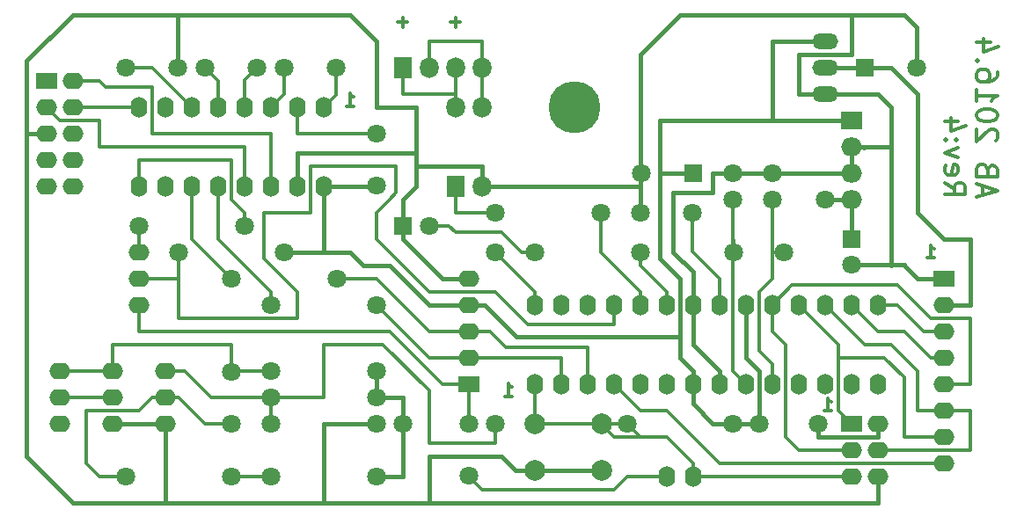
<source format=gbr>
G04 #@! TF.FileFunction,Copper,L2,Bot,Signal*
%FSLAX46Y46*%
G04 Gerber Fmt 4.6, Leading zero omitted, Abs format (unit mm)*
G04 Created by KiCad (PCBNEW 4.0.2-stable) date 04.05.2016 19:31:06*
%MOMM*%
G01*
G04 APERTURE LIST*
%ADD10C,0.100000*%
%ADD11C,0.300000*%
%ADD12R,2.000000X1.600000*%
%ADD13O,2.000000X1.600000*%
%ADD14C,1.800000*%
%ADD15R,1.800000X1.800000*%
%ADD16O,1.600000X2.000000*%
%ADD17O,2.499360X1.501140*%
%ADD18R,1.800000X2.000000*%
%ADD19O,1.800000X2.000000*%
%ADD20C,5.000000*%
%ADD21R,2.000000X1.800000*%
%ADD22O,2.000000X1.800000*%
%ADD23C,2.000000*%
%ADD24C,0.400000*%
G04 APERTURE END LIST*
D10*
D11*
X140881142Y-66074857D02*
X141566857Y-66074857D01*
X141223999Y-66074857D02*
X141223999Y-64874857D01*
X141338285Y-65046286D01*
X141452571Y-65160571D01*
X141566857Y-65217714D01*
X105867143Y-28660714D02*
X104952857Y-28660714D01*
X105410000Y-29117857D02*
X105410000Y-28203571D01*
X100787143Y-28660714D02*
X99872857Y-28660714D01*
X100330000Y-29117857D02*
X100330000Y-28203571D01*
X150787142Y-51342857D02*
X151472857Y-51342857D01*
X151129999Y-51342857D02*
X151129999Y-50142857D01*
X151244285Y-50314286D01*
X151358571Y-50428571D01*
X151472857Y-50485714D01*
X110147142Y-64677857D02*
X110832857Y-64677857D01*
X110489999Y-64677857D02*
X110489999Y-63477857D01*
X110604285Y-63649286D01*
X110718571Y-63763571D01*
X110832857Y-63820714D01*
X94907142Y-36737857D02*
X95592857Y-36737857D01*
X95249999Y-36737857D02*
X95249999Y-35537857D01*
X95364285Y-35709286D01*
X95478571Y-35823571D01*
X95592857Y-35880714D01*
X156156667Y-45339048D02*
X156156667Y-44386667D01*
X155585238Y-45529524D02*
X157585238Y-44862857D01*
X155585238Y-44196190D01*
X156632857Y-42862857D02*
X156537619Y-42577143D01*
X156442381Y-42481904D01*
X156251905Y-42386666D01*
X155966190Y-42386666D01*
X155775714Y-42481904D01*
X155680476Y-42577143D01*
X155585238Y-42767619D01*
X155585238Y-43529524D01*
X157585238Y-43529524D01*
X157585238Y-42862857D01*
X157490000Y-42672381D01*
X157394762Y-42577143D01*
X157204286Y-42481904D01*
X157013810Y-42481904D01*
X156823333Y-42577143D01*
X156728095Y-42672381D01*
X156632857Y-42862857D01*
X156632857Y-43529524D01*
X157394762Y-40100952D02*
X157490000Y-40005714D01*
X157585238Y-39815237D01*
X157585238Y-39339047D01*
X157490000Y-39148571D01*
X157394762Y-39053333D01*
X157204286Y-38958094D01*
X157013810Y-38958094D01*
X156728095Y-39053333D01*
X155585238Y-40196190D01*
X155585238Y-38958094D01*
X157585238Y-37719999D02*
X157585238Y-37529523D01*
X157490000Y-37339047D01*
X157394762Y-37243809D01*
X157204286Y-37148571D01*
X156823333Y-37053332D01*
X156347143Y-37053332D01*
X155966190Y-37148571D01*
X155775714Y-37243809D01*
X155680476Y-37339047D01*
X155585238Y-37529523D01*
X155585238Y-37719999D01*
X155680476Y-37910475D01*
X155775714Y-38005713D01*
X155966190Y-38100952D01*
X156347143Y-38196190D01*
X156823333Y-38196190D01*
X157204286Y-38100952D01*
X157394762Y-38005713D01*
X157490000Y-37910475D01*
X157585238Y-37719999D01*
X155585238Y-35148570D02*
X155585238Y-36291428D01*
X155585238Y-35719999D02*
X157585238Y-35719999D01*
X157299524Y-35910475D01*
X157109048Y-36100951D01*
X157013810Y-36291428D01*
X157585238Y-33434285D02*
X157585238Y-33815237D01*
X157490000Y-34005713D01*
X157394762Y-34100951D01*
X157109048Y-34291428D01*
X156728095Y-34386666D01*
X155966190Y-34386666D01*
X155775714Y-34291428D01*
X155680476Y-34196189D01*
X155585238Y-34005713D01*
X155585238Y-33624761D01*
X155680476Y-33434285D01*
X155775714Y-33339047D01*
X155966190Y-33243808D01*
X156442381Y-33243808D01*
X156632857Y-33339047D01*
X156728095Y-33434285D01*
X156823333Y-33624761D01*
X156823333Y-34005713D01*
X156728095Y-34196189D01*
X156632857Y-34291428D01*
X156442381Y-34386666D01*
X155775714Y-32386666D02*
X155680476Y-32291427D01*
X155585238Y-32386666D01*
X155680476Y-32481904D01*
X155775714Y-32386666D01*
X155585238Y-32386666D01*
X156918571Y-30577142D02*
X155585238Y-30577142D01*
X157680476Y-31053332D02*
X156251905Y-31529523D01*
X156251905Y-30291427D01*
X152485238Y-44100952D02*
X153437619Y-44767619D01*
X152485238Y-45243810D02*
X154485238Y-45243810D01*
X154485238Y-44481905D01*
X154390000Y-44291429D01*
X154294762Y-44196190D01*
X154104286Y-44100952D01*
X153818571Y-44100952D01*
X153628095Y-44196190D01*
X153532857Y-44291429D01*
X153437619Y-44481905D01*
X153437619Y-45243810D01*
X152580476Y-42481905D02*
X152485238Y-42672381D01*
X152485238Y-43053333D01*
X152580476Y-43243810D01*
X152770952Y-43339048D01*
X153532857Y-43339048D01*
X153723333Y-43243810D01*
X153818571Y-43053333D01*
X153818571Y-42672381D01*
X153723333Y-42481905D01*
X153532857Y-42386667D01*
X153342381Y-42386667D01*
X153151905Y-43339048D01*
X153818571Y-41720000D02*
X152485238Y-41243809D01*
X153818571Y-40767619D01*
X152675714Y-40005714D02*
X152580476Y-39910475D01*
X152485238Y-40005714D01*
X152580476Y-40100952D01*
X152675714Y-40005714D01*
X152485238Y-40005714D01*
X153723333Y-40005714D02*
X153628095Y-39910475D01*
X153532857Y-40005714D01*
X153628095Y-40100952D01*
X153723333Y-40005714D01*
X153532857Y-40005714D01*
X153818571Y-38196190D02*
X152485238Y-38196190D01*
X154580476Y-38672380D02*
X153151905Y-39148571D01*
X153151905Y-37910475D01*
D12*
X152400000Y-53340000D03*
D13*
X152400000Y-55880000D03*
X152400000Y-58420000D03*
X152400000Y-60960000D03*
X152400000Y-63500000D03*
X152400000Y-66040000D03*
X152400000Y-68580000D03*
X152400000Y-71120000D03*
D14*
X78740000Y-50800000D03*
X88900000Y-50800000D03*
X109220000Y-50800000D03*
X132080000Y-67310000D03*
X121920000Y-67310000D03*
D15*
X143510000Y-49530000D03*
D14*
X143510000Y-52030000D03*
D15*
X100330000Y-48260000D03*
D14*
X102870000Y-48260000D03*
X134620000Y-67310000D03*
X140970000Y-45720000D03*
X100330000Y-67310000D03*
X140335000Y-67310000D03*
X137060940Y-50800000D03*
X132179060Y-50800000D03*
D16*
X113030000Y-63500000D03*
X115570000Y-63500000D03*
X118110000Y-63500000D03*
X120650000Y-63500000D03*
X123190000Y-63500000D03*
X125730000Y-63500000D03*
X128270000Y-63500000D03*
X130810000Y-63500000D03*
X133350000Y-63500000D03*
X135890000Y-63500000D03*
X138430000Y-63500000D03*
X140970000Y-63500000D03*
X143510000Y-63500000D03*
X146050000Y-63500000D03*
X146050000Y-55880000D03*
X143510000Y-55880000D03*
X140970000Y-55880000D03*
X138430000Y-55880000D03*
X135890000Y-55880000D03*
X133350000Y-55880000D03*
X130810000Y-55880000D03*
X128270000Y-55880000D03*
X125730000Y-55880000D03*
X123190000Y-55880000D03*
X120650000Y-55880000D03*
X118110000Y-55880000D03*
X115570000Y-55880000D03*
X113030000Y-55880000D03*
D17*
X140970000Y-33020000D03*
X140970000Y-35560000D03*
X140970000Y-30480000D03*
D14*
X135890000Y-45720000D03*
X135890000Y-43220000D03*
D15*
X128270000Y-43180000D03*
D14*
X123270000Y-43180000D03*
D15*
X144780000Y-33020000D03*
D14*
X149780000Y-33020000D03*
X132080000Y-45720000D03*
X132080000Y-43220000D03*
X88900000Y-33020000D03*
X93900000Y-33020000D03*
X81280000Y-33020000D03*
X86280000Y-33020000D03*
X106680000Y-67310000D03*
X106680000Y-72310000D03*
X83820000Y-67310000D03*
X83820000Y-62310000D03*
X97790000Y-39370000D03*
X97790000Y-44370000D03*
X73660000Y-33020000D03*
X78660000Y-33020000D03*
X109220000Y-46990000D03*
X119380000Y-46990000D03*
X83820000Y-53340000D03*
X93980000Y-53340000D03*
X87630000Y-55880000D03*
X97790000Y-55880000D03*
X97790000Y-62230000D03*
X87630000Y-62230000D03*
X87630000Y-72390000D03*
X97790000Y-72390000D03*
X73660000Y-72390000D03*
X83820000Y-72390000D03*
X87630000Y-64770000D03*
X97790000Y-64770000D03*
X97790000Y-67310000D03*
X87630000Y-67310000D03*
D18*
X105410000Y-44450000D03*
D19*
X107950000Y-44450000D03*
X107950000Y-36830000D03*
X105410000Y-36830000D03*
D16*
X92710000Y-36830000D03*
X90170000Y-36830000D03*
X87630000Y-36830000D03*
X85090000Y-36830000D03*
X82550000Y-36830000D03*
X80010000Y-36830000D03*
X77470000Y-36830000D03*
X74930000Y-36830000D03*
X74930000Y-44450000D03*
X77470000Y-44450000D03*
X80010000Y-44450000D03*
X82550000Y-44450000D03*
X85090000Y-44450000D03*
X87630000Y-44450000D03*
X90170000Y-44450000D03*
X92710000Y-44450000D03*
D14*
X113030000Y-50800000D03*
X123190000Y-50800000D03*
D20*
X116840000Y-36830000D03*
D14*
X109220000Y-67310000D03*
D21*
X143510000Y-38100000D03*
D22*
X143510000Y-40640000D03*
X143510000Y-43180000D03*
X143510000Y-45720000D03*
D12*
X143510000Y-67310000D03*
D13*
X146050000Y-67310000D03*
X143510000Y-69850000D03*
X146050000Y-69850000D03*
X143510000Y-72390000D03*
X146050000Y-72390000D03*
D16*
X128270000Y-72390000D03*
X125730000Y-72390000D03*
D12*
X106680000Y-63500000D03*
D13*
X106680000Y-60960000D03*
X106680000Y-58420000D03*
X106680000Y-55880000D03*
X106680000Y-53340000D03*
D12*
X66040000Y-34290000D03*
D13*
X68580000Y-34290000D03*
X66040000Y-36830000D03*
X68580000Y-36830000D03*
X66040000Y-39370000D03*
X68580000Y-39370000D03*
X66040000Y-41910000D03*
X68580000Y-41910000D03*
X66040000Y-44450000D03*
X68580000Y-44450000D03*
D23*
X113030000Y-67310000D03*
X119530000Y-67310000D03*
X119530000Y-71810000D03*
X113030000Y-71810000D03*
D13*
X67310000Y-64770000D03*
X67310000Y-67310000D03*
X67310000Y-62230000D03*
X72390000Y-64770000D03*
X72390000Y-62230000D03*
X72390000Y-67310000D03*
X77470000Y-64770000D03*
X77470000Y-62230000D03*
X77470000Y-67310000D03*
D18*
X100330000Y-33020000D03*
D19*
X102870000Y-33020000D03*
X105410000Y-33020000D03*
X107950000Y-33020000D03*
D13*
X74930000Y-53340000D03*
X74930000Y-55880000D03*
X74930000Y-50800000D03*
D14*
X74930000Y-48260000D03*
X85090000Y-48260000D03*
X123190000Y-46990000D03*
X128190000Y-46990000D03*
D24*
X128270000Y-43180000D02*
X125095000Y-43180000D01*
X125730000Y-52070000D02*
X125095000Y-51435000D01*
X125095000Y-38100000D02*
X125730000Y-38100000D01*
X125095000Y-51435000D02*
X125095000Y-43180000D01*
X125095000Y-43180000D02*
X125095000Y-38100000D01*
X127000000Y-53340000D02*
X125730000Y-52070000D01*
X125730000Y-38100000D02*
X127000000Y-38100000D01*
X135890000Y-38100000D02*
X127000000Y-38100000D01*
X127000000Y-54610000D02*
X127000000Y-53340000D01*
X88900000Y-50800000D02*
X90170000Y-50800000D01*
X90170000Y-50800000D02*
X92710000Y-50800000D01*
X127000000Y-58928000D02*
X111252000Y-58928000D01*
X108204000Y-55880000D02*
X106680000Y-55880000D01*
X111252000Y-58928000D02*
X108204000Y-55880000D01*
X143510000Y-38100000D02*
X140970000Y-38100000D01*
X146050000Y-67310000D02*
X146050000Y-68580000D01*
X140335000Y-68580000D02*
X140335000Y-67310000D01*
X146050000Y-68580000D02*
X140335000Y-68580000D01*
X92710000Y-44450000D02*
X97710000Y-44450000D01*
X97710000Y-44450000D02*
X97790000Y-44370000D01*
X134620000Y-67310000D02*
X134620000Y-65405000D01*
X134620000Y-62230000D02*
X133350000Y-60960000D01*
X134620000Y-65405000D02*
X134620000Y-62230000D01*
X133350000Y-60960000D02*
X133350000Y-55880000D01*
X102870000Y-55880000D02*
X106680000Y-55880000D01*
X99060000Y-52070000D02*
X102870000Y-55880000D01*
X99060000Y-52070000D02*
X96520000Y-52070000D01*
X92710000Y-46990000D02*
X92710000Y-44450000D01*
X132080000Y-67310000D02*
X134620000Y-67310000D01*
X127000000Y-54610000D02*
X127000000Y-58420000D01*
X140970000Y-38100000D02*
X135890000Y-38100000D01*
X135890000Y-30480000D02*
X135890000Y-38100000D01*
X140970000Y-30480000D02*
X135890000Y-30480000D01*
X128270000Y-63500000D02*
X128270000Y-65405000D01*
X130175000Y-67310000D02*
X132080000Y-67310000D01*
X128270000Y-65405000D02*
X130175000Y-67310000D01*
X128270000Y-62230000D02*
X127000000Y-60960000D01*
X127000000Y-58420000D02*
X127000000Y-58928000D01*
X127000000Y-58928000D02*
X127000000Y-60960000D01*
X128270000Y-62230000D02*
X128270000Y-63500000D01*
X96520000Y-52070000D02*
X95250000Y-50800000D01*
X92710000Y-50800000D02*
X95250000Y-50800000D01*
X92710000Y-46990000D02*
X92710000Y-50800000D01*
X152400000Y-53340000D02*
X149860000Y-53340000D01*
X148590000Y-52070000D02*
X148590000Y-51990000D01*
X148510000Y-51990000D02*
X148590000Y-52070000D01*
X149860000Y-53340000D02*
X148510000Y-51990000D01*
X113030000Y-71810000D02*
X111180000Y-71810000D01*
X109855000Y-70485000D02*
X109855000Y-70512500D01*
X109882500Y-70512500D02*
X109855000Y-70485000D01*
X111180000Y-71810000D02*
X109882500Y-70512500D01*
X119530000Y-71810000D02*
X113030000Y-71810000D01*
X97790000Y-67310000D02*
X92710000Y-67310000D01*
X92710000Y-67310000D02*
X92710000Y-74930000D01*
X77470000Y-67310000D02*
X77470000Y-74930000D01*
X102870000Y-74930000D02*
X102870000Y-73660000D01*
X109855000Y-70512500D02*
X102870000Y-70512500D01*
X102870000Y-70512500D02*
X102870000Y-70485000D01*
X102870000Y-70485000D02*
X102870000Y-73660000D01*
X100330000Y-41275000D02*
X101600000Y-41275000D01*
X107950000Y-44450000D02*
X107950000Y-42545000D01*
X107950000Y-42545000D02*
X101600000Y-42545000D01*
X100330000Y-45720000D02*
X101600000Y-44450000D01*
X101600000Y-44450000D02*
X101600000Y-42545000D01*
X100330000Y-49530000D02*
X100330000Y-45720000D01*
X101600000Y-42545000D02*
X101600000Y-41275000D01*
X101600000Y-41275000D02*
X101600000Y-36830000D01*
X101600000Y-36830000D02*
X100330000Y-36830000D01*
X135890000Y-43220000D02*
X143470000Y-43220000D01*
X143470000Y-43220000D02*
X143510000Y-43180000D01*
X130175000Y-43895000D02*
X130175000Y-43180000D01*
X130215000Y-43220000D02*
X130850000Y-43220000D01*
X130175000Y-43180000D02*
X130215000Y-43220000D01*
X132080000Y-43220000D02*
X130850000Y-43220000D01*
X128270000Y-52705000D02*
X128270000Y-55880000D01*
X126365000Y-50800000D02*
X128270000Y-52705000D01*
X126365000Y-45085000D02*
X126365000Y-50800000D01*
X130175000Y-45085000D02*
X126365000Y-45085000D01*
X130175000Y-43895000D02*
X130175000Y-45085000D01*
X123190000Y-46990000D02*
X123190000Y-44450000D01*
X132040000Y-43220000D02*
X132080000Y-43220000D01*
X123190000Y-41910000D02*
X123190000Y-31750000D01*
X123190000Y-31750000D02*
X124460000Y-30480000D01*
X107950000Y-44450000D02*
X123190000Y-44450000D01*
X123190000Y-44450000D02*
X123190000Y-43260000D01*
X123190000Y-43260000D02*
X123190000Y-41910000D01*
X124460000Y-30480000D02*
X127000000Y-27940000D01*
X143510000Y-27940000D02*
X135255000Y-27940000D01*
X127000000Y-27940000D02*
X135255000Y-27940000D01*
X97790000Y-30480000D02*
X95250000Y-27940000D01*
X95250000Y-27940000D02*
X78740000Y-27940000D01*
X97790000Y-36830000D02*
X97790000Y-30480000D01*
X100330000Y-36830000D02*
X97790000Y-36830000D01*
X66040000Y-39370000D02*
X64135000Y-39370000D01*
X64135000Y-32385000D02*
X64135000Y-39370000D01*
X64135000Y-39370000D02*
X64135000Y-70485000D01*
X68580000Y-74930000D02*
X77470000Y-74930000D01*
X64135000Y-70485000D02*
X68580000Y-74930000D01*
X144780000Y-74930000D02*
X146050000Y-74930000D01*
X144780000Y-74930000D02*
X104140000Y-74930000D01*
X146050000Y-72390000D02*
X146050000Y-73660000D01*
X146050000Y-74930000D02*
X146050000Y-73660000D01*
X147320000Y-40640000D02*
X147320000Y-51990000D01*
X147320000Y-51990000D02*
X147320000Y-52070000D01*
X147320000Y-52070000D02*
X147320000Y-51990000D01*
X143510000Y-52030000D02*
X146010000Y-52030000D01*
X146010000Y-52030000D02*
X145970000Y-51990000D01*
X148590000Y-51990000D02*
X147320000Y-51990000D01*
X147320000Y-51990000D02*
X145970000Y-51990000D01*
X143510000Y-40640000D02*
X147320000Y-40640000D01*
X143510000Y-40640000D02*
X143510000Y-43180000D01*
X64135000Y-32385000D02*
X68580000Y-27940000D01*
X77470000Y-74930000D02*
X92710000Y-74930000D01*
X78740000Y-27940000D02*
X68580000Y-27940000D01*
X106680000Y-53340000D02*
X104140000Y-53340000D01*
X104140000Y-53340000D02*
X100330000Y-49530000D01*
X100330000Y-49530000D02*
X100330000Y-48260000D01*
X102870000Y-74930000D02*
X92710000Y-74930000D01*
X90170000Y-44450000D02*
X90170000Y-41275000D01*
X90170000Y-41275000D02*
X100330000Y-41275000D01*
X128270000Y-55880000D02*
X128270000Y-59690000D01*
X130810000Y-63500000D02*
X130810000Y-62230000D01*
X128270000Y-59690000D02*
X130810000Y-62230000D01*
X104140000Y-74930000D02*
X102870000Y-74930000D01*
X144700000Y-40720000D02*
X144780000Y-40640000D01*
X78660000Y-33020000D02*
X78660000Y-31750000D01*
X78660000Y-27940000D02*
X78740000Y-27940000D01*
X78660000Y-31750000D02*
X78660000Y-27940000D01*
X149780000Y-30560000D02*
X149780000Y-29130000D01*
X148590000Y-27940000D02*
X147160000Y-27940000D01*
X149780000Y-29130000D02*
X148590000Y-27940000D01*
X149780000Y-33020000D02*
X149780000Y-30560000D01*
X147160000Y-27940000D02*
X147320000Y-27940000D01*
X143510000Y-27940000D02*
X147320000Y-27940000D01*
X140970000Y-35560000D02*
X138430000Y-35560000D01*
X138430000Y-35560000D02*
X138430000Y-31750000D01*
X135810000Y-43140000D02*
X135890000Y-43220000D01*
X132080000Y-43220000D02*
X135890000Y-43220000D01*
X132040000Y-43180000D02*
X132080000Y-43220000D01*
X140970000Y-35560000D02*
X146050000Y-35560000D01*
X146050000Y-35560000D02*
X147320000Y-36830000D01*
X147320000Y-36830000D02*
X147320000Y-40640000D01*
X147320000Y-40640000D02*
X144780000Y-40640000D01*
X72390000Y-67310000D02*
X77470000Y-67310000D01*
X138430000Y-31750000D02*
X143510000Y-31750000D01*
X143510000Y-31750000D02*
X143510000Y-30480000D01*
X143510000Y-30480000D02*
X143510000Y-27940000D01*
X154940000Y-55880000D02*
X154940000Y-49530000D01*
X152400000Y-55880000D02*
X153670000Y-55880000D01*
X146050000Y-33020000D02*
X147320000Y-33020000D01*
X146050000Y-33020000D02*
X140970000Y-33020000D01*
X149860000Y-35560000D02*
X149860000Y-46990000D01*
X149860000Y-46990000D02*
X152400000Y-49530000D01*
X147320000Y-33020000D02*
X149860000Y-35560000D01*
X154940000Y-49530000D02*
X152400000Y-49530000D01*
X153670000Y-55880000D02*
X154940000Y-55880000D01*
X140970000Y-33020000D02*
X144780000Y-33020000D01*
D11*
X132080000Y-60960000D02*
X132080000Y-52070000D01*
X132179060Y-50800000D02*
X132179060Y-49629060D01*
X132179060Y-49629060D02*
X132080000Y-49530000D01*
X132080000Y-45720000D02*
X132080000Y-49530000D01*
X132080000Y-49530000D02*
X132080000Y-52070000D01*
X132080000Y-60960000D02*
X132080000Y-62230000D01*
X132080000Y-62230000D02*
X133350000Y-63500000D01*
X135890000Y-63500000D02*
X135890000Y-61595000D01*
X135890000Y-61595000D02*
X134620000Y-60325000D01*
X137060940Y-50800000D02*
X135890000Y-50800000D01*
X135890000Y-46990000D02*
X135890000Y-50800000D01*
X135890000Y-50800000D02*
X135890000Y-53340000D01*
X134620000Y-54610000D02*
X134620000Y-60325000D01*
X135890000Y-53340000D02*
X134620000Y-54610000D01*
X135890000Y-45720000D02*
X135890000Y-46990000D01*
X88900000Y-33020000D02*
X88900000Y-35560000D01*
X88900000Y-35560000D02*
X87630000Y-36830000D01*
X93900000Y-33020000D02*
X93900000Y-35640000D01*
X93900000Y-35640000D02*
X92710000Y-36830000D01*
X82550000Y-34290000D02*
X81280000Y-33020000D01*
X82550000Y-34290000D02*
X82550000Y-36830000D01*
X85090000Y-34290000D02*
X85090000Y-34210000D01*
X85090000Y-34210000D02*
X86280000Y-33020000D01*
X85090000Y-34290000D02*
X85090000Y-36830000D01*
X71120000Y-72390000D02*
X69850000Y-71120000D01*
X69850000Y-67310000D02*
X69850000Y-66040000D01*
X69850000Y-67310000D02*
X69850000Y-71120000D01*
X69850000Y-66040000D02*
X71120000Y-66040000D01*
X74930000Y-66040000D02*
X76200000Y-64770000D01*
X76200000Y-64770000D02*
X77470000Y-64770000D01*
X74930000Y-66040000D02*
X76200000Y-64770000D01*
X73660000Y-72390000D02*
X71120000Y-72390000D01*
X77470000Y-64770000D02*
X78740000Y-64770000D01*
X81280000Y-67310000D02*
X83820000Y-67310000D01*
X78740000Y-64770000D02*
X81280000Y-67310000D01*
X71120000Y-66040000D02*
X74930000Y-66040000D01*
X71120000Y-66040000D02*
X74930000Y-66040000D01*
X83820000Y-60960000D02*
X83820000Y-59690000D01*
X72390000Y-59690000D02*
X72390000Y-60960000D01*
X83820000Y-59690000D02*
X72390000Y-59690000D01*
X72390000Y-60960000D02*
X72390000Y-62230000D01*
X83820000Y-62310000D02*
X83820000Y-60960000D01*
X67310000Y-62230000D02*
X72390000Y-62230000D01*
X83740000Y-62230000D02*
X83820000Y-62310000D01*
X83820000Y-62230000D02*
X87630000Y-62230000D01*
X91440000Y-39370000D02*
X90170000Y-39370000D01*
X90170000Y-39370000D02*
X90170000Y-38100000D01*
X91440000Y-39370000D02*
X97790000Y-39370000D01*
X90170000Y-38100000D02*
X90170000Y-36830000D01*
X73660000Y-33020000D02*
X76200000Y-33020000D01*
X76200000Y-33020000D02*
X80010000Y-36830000D01*
D24*
X143510000Y-45720000D02*
X140970000Y-45720000D01*
X100330000Y-67310000D02*
X100330000Y-64770000D01*
X100330000Y-64770000D02*
X97790000Y-64770000D01*
X97790000Y-72390000D02*
X100330000Y-72390000D01*
X100330000Y-72390000D02*
X100330000Y-64770000D01*
X143510000Y-45720000D02*
X143510000Y-49530000D01*
X97790000Y-64770000D02*
X100330000Y-64770000D01*
X97790000Y-64770000D02*
X97790000Y-62230000D01*
D11*
X123190000Y-68580000D02*
X121920000Y-67310000D01*
X125730000Y-68580000D02*
X123190000Y-68580000D01*
X123190000Y-68580000D02*
X121920000Y-68580000D01*
X121920000Y-68580000D02*
X120650000Y-68580000D01*
X120650000Y-68580000D02*
X119530000Y-67460000D01*
X119530000Y-67460000D02*
X119530000Y-67310000D01*
X121920000Y-67310000D02*
X119530000Y-67310000D01*
X113030000Y-67310000D02*
X113030000Y-63500000D01*
X119530000Y-67310000D02*
X113030000Y-67310000D01*
X113030000Y-67310000D02*
X119530000Y-67310000D01*
X125730000Y-68580000D02*
X128270000Y-71120000D01*
X121920000Y-67310000D02*
X120650000Y-67310000D01*
X120650000Y-67310000D02*
X118110000Y-67310000D01*
X128270000Y-71120000D02*
X128270000Y-72390000D01*
X128270000Y-72390000D02*
X143510000Y-72390000D01*
X97790000Y-55880000D02*
X99060000Y-57150000D01*
X102870000Y-60960000D02*
X106680000Y-60960000D01*
X99060000Y-57150000D02*
X102870000Y-60960000D01*
X113030000Y-60960000D02*
X115570000Y-60960000D01*
X115570000Y-60960000D02*
X115570000Y-63500000D01*
X106680000Y-60960000D02*
X107950000Y-60960000D01*
X107950000Y-60960000D02*
X113030000Y-60960000D01*
X93980000Y-53340000D02*
X95250000Y-53340000D01*
X95250000Y-53340000D02*
X97790000Y-53340000D01*
X102870000Y-58420000D02*
X106680000Y-58420000D01*
X97790000Y-53340000D02*
X102870000Y-58420000D01*
X118110000Y-59944000D02*
X110236000Y-59944000D01*
X108712000Y-58420000D02*
X106680000Y-58420000D01*
X110236000Y-59944000D02*
X108712000Y-58420000D01*
X118110000Y-59944000D02*
X118110000Y-63500000D01*
X124460000Y-66040000D02*
X125730000Y-66040000D01*
X125730000Y-66040000D02*
X130810000Y-71120000D01*
X123190000Y-66040000D02*
X124460000Y-66040000D01*
X151765000Y-71120000D02*
X151130000Y-71120000D01*
X151130000Y-71120000D02*
X138430000Y-71120000D01*
X138430000Y-71120000D02*
X130810000Y-71120000D01*
X120650000Y-63500000D02*
X123190000Y-66040000D01*
X99060000Y-45720000D02*
X99695000Y-45085000D01*
X99695000Y-42545000D02*
X99060000Y-42545000D01*
X99695000Y-45085000D02*
X99695000Y-42545000D01*
X87630000Y-52070000D02*
X86995000Y-51435000D01*
X86995000Y-46990000D02*
X87630000Y-46990000D01*
X86995000Y-51435000D02*
X86995000Y-46990000D01*
X88900000Y-57150000D02*
X90170000Y-57150000D01*
X90170000Y-54610000D02*
X88900000Y-53340000D01*
X90170000Y-57150000D02*
X90170000Y-54610000D01*
X78740000Y-53340000D02*
X78740000Y-57150000D01*
X78740000Y-57150000D02*
X80010000Y-57150000D01*
X87630000Y-46990000D02*
X88900000Y-46990000D01*
X91440000Y-42545000D02*
X99060000Y-42545000D01*
X91440000Y-46990000D02*
X91440000Y-42545000D01*
X88900000Y-46990000D02*
X91440000Y-46990000D01*
X88900000Y-53340000D02*
X87630000Y-52070000D01*
X85090000Y-57150000D02*
X88900000Y-57150000D01*
X80010000Y-57150000D02*
X85090000Y-57150000D01*
X74930000Y-53340000D02*
X78740000Y-53340000D01*
X78740000Y-50800000D02*
X78740000Y-53340000D01*
X97790000Y-49530000D02*
X97790000Y-46990000D01*
X97790000Y-46990000D02*
X99060000Y-45720000D01*
X99060000Y-50800000D02*
X97790000Y-49530000D01*
X99060000Y-50800000D02*
X102870000Y-54610000D01*
X102870000Y-54610000D02*
X109220000Y-54610000D01*
X109220000Y-54610000D02*
X111760000Y-57150000D01*
X120650000Y-57150000D02*
X120650000Y-55880000D01*
X112395000Y-57785000D02*
X120650000Y-57785000D01*
X120650000Y-57785000D02*
X120650000Y-57150000D01*
X111760000Y-57150000D02*
X112395000Y-57785000D01*
X119380000Y-46990000D02*
X119380000Y-48260000D01*
X119380000Y-50800000D02*
X123190000Y-54610000D01*
X123190000Y-54610000D02*
X123190000Y-55880000D01*
X119380000Y-48260000D02*
X119380000Y-50800000D01*
X150495000Y-58420000D02*
X147955000Y-55880000D01*
X147955000Y-55880000D02*
X147320000Y-55880000D01*
X151130000Y-58420000D02*
X150495000Y-58420000D01*
X147320000Y-55880000D02*
X146050000Y-55880000D01*
X152400000Y-58420000D02*
X151130000Y-58420000D01*
X152400000Y-60960000D02*
X151130000Y-60960000D01*
X151130000Y-60960000D02*
X148590000Y-58420000D01*
X148590000Y-58420000D02*
X146050000Y-58420000D01*
X146050000Y-58420000D02*
X143510000Y-55880000D01*
X154940000Y-69850000D02*
X154940000Y-66040000D01*
X152400000Y-66040000D02*
X149860000Y-66040000D01*
X149860000Y-66040000D02*
X149860000Y-63500000D01*
X149860000Y-63500000D02*
X149860000Y-62230000D01*
X153670000Y-66040000D02*
X152400000Y-66040000D01*
X153670000Y-66040000D02*
X154940000Y-66040000D01*
X149860000Y-62230000D02*
X147320000Y-59690000D01*
X147320000Y-59690000D02*
X144780000Y-59690000D01*
X144780000Y-59690000D02*
X140970000Y-55880000D01*
X149860000Y-69850000D02*
X146050000Y-69850000D01*
X149860000Y-69850000D02*
X154940000Y-69850000D01*
X151130000Y-68580000D02*
X148590000Y-68580000D01*
X148590000Y-68580000D02*
X148590000Y-66040000D01*
X148590000Y-66040000D02*
X148590000Y-62865000D01*
X152400000Y-68580000D02*
X151130000Y-68580000D01*
X146685000Y-60960000D02*
X148590000Y-62865000D01*
X143510000Y-60960000D02*
X142240000Y-60960000D01*
X146685000Y-60960000D02*
X143510000Y-60960000D01*
X143510000Y-67310000D02*
X142240000Y-66040000D01*
X142240000Y-66040000D02*
X142240000Y-60960000D01*
X142240000Y-59690000D02*
X138430000Y-55880000D01*
X142240000Y-60960000D02*
X142240000Y-59690000D01*
X152400000Y-63500000D02*
X154940000Y-63500000D01*
X154940000Y-63500000D02*
X154940000Y-57150000D01*
X154940000Y-57150000D02*
X154940000Y-63500000D01*
X153670000Y-57150000D02*
X152400000Y-57150000D01*
X154940000Y-57150000D02*
X153670000Y-57150000D01*
X135890000Y-55880000D02*
X137795000Y-53975000D01*
X137795000Y-53975000D02*
X147955000Y-53975000D01*
X151130000Y-57150000D02*
X147955000Y-53975000D01*
X152400000Y-57150000D02*
X151130000Y-57150000D01*
X140970000Y-69850000D02*
X138430000Y-69850000D01*
X137160000Y-68580000D02*
X137160000Y-59690000D01*
X138430000Y-69850000D02*
X137160000Y-68580000D01*
X140970000Y-69850000D02*
X143510000Y-69850000D01*
X135890000Y-55880000D02*
X135890000Y-58420000D01*
X135890000Y-58420000D02*
X137160000Y-59690000D01*
X102870000Y-69215000D02*
X102870000Y-64135000D01*
X109220000Y-69215000D02*
X102870000Y-69215000D01*
X97790000Y-59690000D02*
X93345000Y-59690000D01*
X92710000Y-59690000D02*
X93345000Y-59690000D01*
X92710000Y-64770000D02*
X92710000Y-59690000D01*
X98425000Y-59690000D02*
X97790000Y-59690000D01*
X102870000Y-64135000D02*
X98425000Y-59690000D01*
X92710000Y-64770000D02*
X87630000Y-64770000D01*
X109220000Y-67310000D02*
X109220000Y-69215000D01*
X109220000Y-50800000D02*
X113030000Y-54610000D01*
X113030000Y-54610000D02*
X113030000Y-55880000D01*
X79375000Y-62230000D02*
X81915000Y-64770000D01*
X77470000Y-62230000D02*
X79375000Y-62230000D01*
X81915000Y-64770000D02*
X87630000Y-64770000D01*
X87630000Y-64770000D02*
X87630000Y-67310000D01*
X75565000Y-34925000D02*
X76200000Y-34925000D01*
X76200000Y-34925000D02*
X76200000Y-35560000D01*
X76200000Y-39370000D02*
X87630000Y-39370000D01*
X87630000Y-39370000D02*
X87630000Y-40640000D01*
X71120000Y-34290000D02*
X71755000Y-34925000D01*
X71755000Y-34925000D02*
X75565000Y-34925000D01*
X68580000Y-34290000D02*
X71120000Y-34290000D01*
X76200000Y-35560000D02*
X76200000Y-39370000D01*
X87630000Y-40640000D02*
X87630000Y-44450000D01*
X71120000Y-40640000D02*
X85090000Y-40640000D01*
X85090000Y-40640000D02*
X85090000Y-41910000D01*
X71120000Y-38100000D02*
X71120000Y-40640000D01*
X67310000Y-38100000D02*
X71120000Y-38100000D01*
X85090000Y-41910000D02*
X85090000Y-44450000D01*
X66040000Y-36830000D02*
X67310000Y-38100000D01*
X68580000Y-36830000D02*
X74930000Y-36830000D01*
X102870000Y-33020000D02*
X102870000Y-30480000D01*
X107950000Y-30480000D02*
X107950000Y-33020000D01*
X102870000Y-30480000D02*
X107950000Y-30480000D01*
X107950000Y-33020000D02*
X107950000Y-36830000D01*
X102870000Y-35560000D02*
X105410000Y-35560000D01*
X100330000Y-35560000D02*
X100330000Y-33020000D01*
X102870000Y-35560000D02*
X100330000Y-35560000D01*
X105410000Y-36830000D02*
X105410000Y-35560000D01*
X105410000Y-35560000D02*
X105410000Y-33020000D01*
X67310000Y-64770000D02*
X72390000Y-64770000D01*
X109220000Y-46990000D02*
X105410000Y-46990000D01*
X105410000Y-46990000D02*
X105410000Y-44450000D01*
X83820000Y-53340000D02*
X80010000Y-49530000D01*
X80010000Y-49530000D02*
X80010000Y-44450000D01*
X87630000Y-55880000D02*
X87630000Y-54610000D01*
X82550000Y-49530000D02*
X82550000Y-44450000D01*
X87630000Y-54610000D02*
X82550000Y-49530000D01*
X87630000Y-72390000D02*
X83820000Y-72390000D01*
X74930000Y-55880000D02*
X74930000Y-58420000D01*
X104140000Y-63500000D02*
X106680000Y-63500000D01*
X104140000Y-63500000D02*
X101600000Y-60960000D01*
X101600000Y-60960000D02*
X99060000Y-58420000D01*
X77470000Y-58420000D02*
X99060000Y-58420000D01*
X77470000Y-58420000D02*
X74930000Y-58420000D01*
X106680000Y-67390000D02*
X106680000Y-63500000D01*
X106760000Y-63580000D02*
X106680000Y-63500000D01*
X110490000Y-49530000D02*
X109855000Y-48895000D01*
X104775000Y-48260000D02*
X102870000Y-48260000D01*
X105410000Y-48895000D02*
X104775000Y-48260000D01*
X109855000Y-48895000D02*
X105410000Y-48895000D01*
X110490000Y-49530000D02*
X111760000Y-50800000D01*
X111760000Y-50800000D02*
X113030000Y-50800000D01*
X74930000Y-48260000D02*
X74930000Y-50800000D01*
X123190000Y-50800000D02*
X123190000Y-52070000D01*
X125730000Y-54610000D02*
X125730000Y-55880000D01*
X123190000Y-52070000D02*
X125730000Y-54610000D01*
X85090000Y-48260000D02*
X85090000Y-46990000D01*
X85090000Y-46990000D02*
X83820000Y-45720000D01*
X74930000Y-41910000D02*
X74930000Y-44450000D01*
X83820000Y-41910000D02*
X74930000Y-41910000D01*
X83820000Y-45720000D02*
X83820000Y-41910000D01*
X128190000Y-46990000D02*
X128190000Y-48260000D01*
X128190000Y-50720000D02*
X130810000Y-53340000D01*
X130810000Y-53340000D02*
X130810000Y-55880000D01*
X128190000Y-48260000D02*
X128190000Y-50720000D01*
X107950000Y-73660000D02*
X106680000Y-72390000D01*
X120650000Y-73660000D02*
X121920000Y-72390000D01*
X121920000Y-72390000D02*
X123190000Y-72390000D01*
X125730000Y-72390000D02*
X123190000Y-72390000D01*
X120650000Y-73660000D02*
X107950000Y-73660000D01*
M02*

</source>
